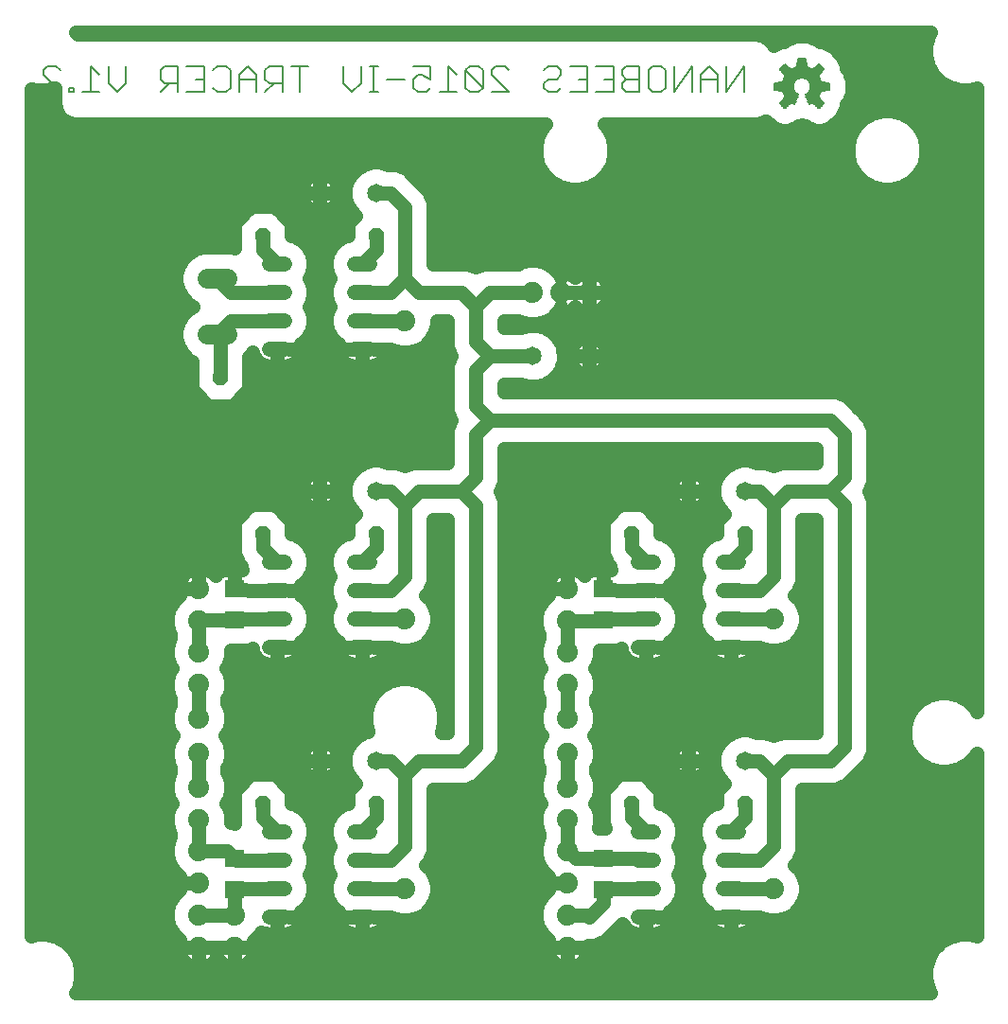
<source format=gbl>
G75*
%MOIN*%
%OFA0B0*%
%FSLAX24Y24*%
%IPPOS*%
%LPD*%
%AMOC8*
5,1,8,0,0,1.08239X$1,22.5*
%
%ADD10C,0.0080*%
%ADD11C,0.0520*%
%ADD12R,0.0709X0.0630*%
%ADD13C,0.0740*%
%ADD14OC8,0.0520*%
%ADD15C,0.0700*%
%ADD16C,0.0650*%
%ADD17C,0.0059*%
%ADD18C,0.0500*%
D10*
X002786Y034037D02*
X003399Y034037D01*
X002786Y034651D01*
X002786Y034805D01*
X002939Y034958D01*
X003246Y034958D01*
X003399Y034805D01*
X003706Y034191D02*
X003706Y034037D01*
X003860Y034037D01*
X003860Y034191D01*
X003706Y034191D01*
X004167Y034037D02*
X004781Y034037D01*
X004474Y034037D02*
X004474Y034958D01*
X004781Y034651D01*
X005088Y034344D02*
X005088Y034958D01*
X005701Y034958D02*
X005701Y034344D01*
X005394Y034037D01*
X005088Y034344D01*
X006929Y034498D02*
X007083Y034344D01*
X007543Y034344D01*
X007543Y034037D02*
X007543Y034958D01*
X007083Y034958D01*
X006929Y034805D01*
X006929Y034498D01*
X007236Y034344D02*
X006929Y034037D01*
X007850Y034037D02*
X008464Y034037D01*
X008464Y034958D01*
X007850Y034958D01*
X008157Y034498D02*
X008464Y034498D01*
X008771Y034805D02*
X008924Y034958D01*
X009231Y034958D01*
X009385Y034805D01*
X009385Y034191D01*
X009231Y034037D01*
X008924Y034037D01*
X008771Y034191D01*
X009691Y034037D02*
X009691Y034651D01*
X009998Y034958D01*
X010305Y034651D01*
X010305Y034037D01*
X010612Y034037D02*
X010919Y034344D01*
X010766Y034344D02*
X011226Y034344D01*
X011226Y034037D02*
X011226Y034958D01*
X010766Y034958D01*
X010612Y034805D01*
X010612Y034498D01*
X010766Y034344D01*
X010305Y034498D02*
X009691Y034498D01*
X011533Y034958D02*
X012147Y034958D01*
X011840Y034958D02*
X011840Y034037D01*
X013375Y034344D02*
X013375Y034958D01*
X013988Y034958D02*
X013988Y034344D01*
X013682Y034037D01*
X013375Y034344D01*
X014295Y034037D02*
X014602Y034037D01*
X014449Y034037D02*
X014449Y034958D01*
X014602Y034958D02*
X014295Y034958D01*
X014909Y034498D02*
X015523Y034498D01*
X015830Y034498D02*
X015830Y034191D01*
X015984Y034037D01*
X016290Y034037D01*
X016444Y034191D01*
X016444Y034498D02*
X016137Y034651D01*
X015984Y034651D01*
X015830Y034498D01*
X015830Y034958D02*
X016444Y034958D01*
X016444Y034498D01*
X016751Y034037D02*
X017365Y034037D01*
X017058Y034037D02*
X017058Y034958D01*
X017365Y034651D01*
X017672Y034805D02*
X017672Y034191D01*
X017825Y034037D01*
X018132Y034037D01*
X018285Y034191D01*
X017672Y034805D01*
X017825Y034958D01*
X018132Y034958D01*
X018285Y034805D01*
X018285Y034191D01*
X018592Y034037D02*
X019206Y034037D01*
X018592Y034651D01*
X018592Y034805D01*
X018746Y034958D01*
X019053Y034958D01*
X019206Y034805D01*
X020434Y034805D02*
X020587Y034958D01*
X020894Y034958D01*
X021048Y034805D01*
X021048Y034651D01*
X020894Y034498D01*
X020587Y034498D01*
X020434Y034344D01*
X020434Y034191D01*
X020587Y034037D01*
X020894Y034037D01*
X021048Y034191D01*
X021355Y034037D02*
X021969Y034037D01*
X021969Y034958D01*
X021355Y034958D01*
X021662Y034498D02*
X021969Y034498D01*
X022276Y034958D02*
X022889Y034958D01*
X022889Y034037D01*
X022276Y034037D01*
X022582Y034498D02*
X022889Y034498D01*
X023196Y034651D02*
X023350Y034498D01*
X023810Y034498D01*
X024117Y034191D02*
X024117Y034805D01*
X024271Y034958D01*
X024578Y034958D01*
X024731Y034805D01*
X024731Y034191D01*
X024578Y034037D01*
X024271Y034037D01*
X024117Y034191D01*
X023810Y034037D02*
X023350Y034037D01*
X023196Y034191D01*
X023196Y034344D01*
X023350Y034498D01*
X023196Y034651D02*
X023196Y034805D01*
X023350Y034958D01*
X023810Y034958D01*
X023810Y034037D01*
X025038Y034037D02*
X025038Y034958D01*
X025652Y034958D02*
X025038Y034037D01*
X025652Y034037D02*
X025652Y034958D01*
X025959Y034651D02*
X025959Y034037D01*
X025959Y034498D02*
X026573Y034498D01*
X026573Y034651D02*
X026266Y034958D01*
X025959Y034651D01*
X026573Y034651D02*
X026573Y034037D01*
X026879Y034037D02*
X026879Y034958D01*
X027493Y034958D02*
X026879Y034037D01*
X027493Y034037D02*
X027493Y034958D01*
D11*
X014293Y027997D02*
X013773Y027997D01*
X013773Y026997D02*
X014293Y026997D01*
X014293Y025997D02*
X013773Y025997D01*
X013773Y024997D02*
X014293Y024997D01*
X011293Y024997D02*
X010773Y024997D01*
X010773Y025997D02*
X011293Y025997D01*
X011293Y026997D02*
X010773Y026997D01*
X010773Y027997D02*
X011293Y027997D01*
X011293Y017497D02*
X010773Y017497D01*
X010773Y016497D02*
X011293Y016497D01*
X011293Y015497D02*
X010773Y015497D01*
X010773Y014497D02*
X011293Y014497D01*
X013773Y014497D02*
X014293Y014497D01*
X014293Y015497D02*
X013773Y015497D01*
X013773Y016497D02*
X014293Y016497D01*
X014293Y017497D02*
X013773Y017497D01*
X013773Y007997D02*
X014293Y007997D01*
X014293Y006997D02*
X013773Y006997D01*
X013773Y005997D02*
X014293Y005997D01*
X014293Y004997D02*
X013773Y004997D01*
X011293Y004997D02*
X010773Y004997D01*
X010773Y005997D02*
X011293Y005997D01*
X011293Y006997D02*
X010773Y006997D01*
X010773Y007997D02*
X011293Y007997D01*
X023773Y007997D02*
X024293Y007997D01*
X024293Y006997D02*
X023773Y006997D01*
X023773Y005997D02*
X024293Y005997D01*
X024293Y004997D02*
X023773Y004997D01*
X026773Y004997D02*
X027293Y004997D01*
X027293Y005997D02*
X026773Y005997D01*
X026773Y006997D02*
X027293Y006997D01*
X027293Y007997D02*
X026773Y007997D01*
X026773Y014497D02*
X027293Y014497D01*
X027293Y015497D02*
X026773Y015497D01*
X026773Y016497D02*
X027293Y016497D01*
X027293Y017497D02*
X026773Y017497D01*
X024293Y017497D02*
X023773Y017497D01*
X023773Y016497D02*
X024293Y016497D01*
X024293Y015497D02*
X023773Y015497D01*
X023773Y014497D02*
X024293Y014497D01*
D12*
X022533Y015446D03*
X022533Y016548D03*
X022533Y007048D03*
X022533Y005946D03*
X009533Y005946D03*
X009533Y007048D03*
X009533Y015446D03*
X009533Y016548D03*
D13*
X008283Y016567D03*
X008283Y015427D03*
X008283Y014317D03*
X008283Y013177D03*
X008283Y011997D03*
X008283Y010747D03*
X008283Y009567D03*
X008283Y008427D03*
X008283Y007317D03*
X008283Y006177D03*
X008283Y005067D03*
X008283Y003927D03*
X009533Y003927D03*
X009533Y005067D03*
X015533Y005997D03*
X021283Y006177D03*
X021283Y005067D03*
X021283Y003927D03*
X021283Y007317D03*
X021283Y008427D03*
X021283Y009567D03*
X021283Y010747D03*
X021283Y011997D03*
X021283Y013177D03*
X021283Y014317D03*
X021283Y015427D03*
X021283Y016567D03*
X015533Y015497D03*
X015533Y025997D03*
X020033Y026997D03*
X021033Y026997D03*
X022033Y026997D03*
X028533Y015497D03*
X028533Y005997D03*
D14*
X027533Y008997D03*
X023533Y008997D03*
X014533Y008997D03*
X010533Y008997D03*
X010533Y018497D03*
X009033Y019997D03*
X009033Y023997D03*
X010533Y028997D03*
X014533Y028997D03*
X014533Y018497D03*
X023533Y018497D03*
X027533Y018497D03*
D15*
X009277Y025513D02*
X008577Y025513D01*
X008577Y027482D02*
X009277Y027482D01*
D16*
X012549Y030497D03*
X014518Y030497D03*
X020049Y024747D03*
X022018Y024747D03*
X025549Y019997D03*
X027518Y019997D03*
X027518Y010497D03*
X025549Y010497D03*
X014518Y010497D03*
X012549Y010497D03*
X012549Y019997D03*
X014518Y019997D03*
D17*
X028758Y033641D02*
X028927Y033472D01*
X029175Y033673D01*
X029274Y033622D01*
X029416Y033963D01*
X029362Y033992D01*
X029316Y034030D01*
X029278Y034076D01*
X029249Y034130D01*
X029232Y034187D01*
X029226Y034247D01*
X029232Y034310D01*
X029251Y034370D01*
X029282Y034425D01*
X029324Y034473D01*
X029375Y034511D01*
X029432Y034538D01*
X029493Y034552D01*
X029556Y034554D01*
X029618Y034543D01*
X029677Y034519D01*
X029730Y034484D01*
X029774Y034439D01*
X029808Y034386D01*
X029830Y034327D01*
X029840Y034265D01*
X029837Y034201D01*
X029822Y034140D01*
X029794Y034084D01*
X029755Y034034D01*
X029707Y033993D01*
X029651Y033963D01*
X029792Y033622D01*
X029892Y033673D01*
X030139Y033472D01*
X030309Y033641D01*
X030107Y033889D01*
X030159Y033988D01*
X030193Y034095D01*
X030510Y034127D01*
X030510Y034367D01*
X030193Y034400D01*
X030159Y034506D01*
X030107Y034606D01*
X030309Y034853D01*
X030139Y035023D01*
X029892Y034821D01*
X029792Y034872D01*
X029686Y034907D01*
X029653Y035224D01*
X029413Y035224D01*
X029381Y034907D01*
X029274Y034872D01*
X029175Y034821D01*
X028927Y035023D01*
X028758Y034853D01*
X028959Y034606D01*
X028908Y034506D01*
X028874Y034400D01*
X028556Y034367D01*
X028556Y034127D01*
X028874Y034095D01*
X028908Y033988D01*
X028959Y033889D01*
X028758Y033641D01*
X028782Y033671D02*
X029171Y033671D01*
X029180Y033671D02*
X029295Y033671D01*
X029318Y033728D02*
X028829Y033728D01*
X028876Y033786D02*
X029342Y033786D01*
X029366Y033843D02*
X028923Y033843D01*
X028953Y033901D02*
X029390Y033901D01*
X029414Y033959D02*
X028924Y033959D01*
X028899Y034016D02*
X029333Y034016D01*
X029280Y034074D02*
X028881Y034074D01*
X028556Y034131D02*
X029249Y034131D01*
X029231Y034189D02*
X028556Y034189D01*
X028556Y034246D02*
X029226Y034246D01*
X029232Y034304D02*
X028556Y034304D01*
X028556Y034361D02*
X029249Y034361D01*
X029279Y034419D02*
X028880Y034419D01*
X028899Y034477D02*
X029329Y034477D01*
X029424Y034534D02*
X028922Y034534D01*
X028952Y034592D02*
X030115Y034592D01*
X030143Y034649D02*
X028924Y034649D01*
X028877Y034707D02*
X030189Y034707D01*
X030236Y034764D02*
X028830Y034764D01*
X028783Y034822D02*
X029174Y034822D01*
X029176Y034822D02*
X029891Y034822D01*
X029893Y034822D02*
X030283Y034822D01*
X030283Y034879D02*
X029963Y034879D01*
X030034Y034937D02*
X030225Y034937D01*
X030168Y034995D02*
X030105Y034995D01*
X029771Y034879D02*
X029296Y034879D01*
X029384Y034937D02*
X029682Y034937D01*
X029677Y034995D02*
X029390Y034995D01*
X029396Y035052D02*
X029671Y035052D01*
X029665Y035110D02*
X029402Y035110D01*
X029408Y035167D02*
X029659Y035167D01*
X029103Y034879D02*
X028784Y034879D01*
X028841Y034937D02*
X029033Y034937D01*
X028962Y034995D02*
X028899Y034995D01*
X029640Y034534D02*
X030144Y034534D01*
X030168Y034477D02*
X029737Y034477D01*
X029787Y034419D02*
X030186Y034419D01*
X030510Y034361D02*
X029817Y034361D01*
X029834Y034304D02*
X030510Y034304D01*
X030510Y034246D02*
X029840Y034246D01*
X029834Y034189D02*
X030510Y034189D01*
X030510Y034131D02*
X029817Y034131D01*
X029786Y034074D02*
X030186Y034074D01*
X030167Y034016D02*
X029734Y034016D01*
X029653Y033959D02*
X030143Y033959D01*
X030114Y033901D02*
X029677Y033901D01*
X029701Y033843D02*
X030144Y033843D01*
X030191Y033786D02*
X029724Y033786D01*
X029748Y033728D02*
X030238Y033728D01*
X030285Y033671D02*
X029895Y033671D01*
X029887Y033671D02*
X029772Y033671D01*
X029966Y033613D02*
X030281Y033613D01*
X030223Y033556D02*
X030036Y033556D01*
X030107Y033498D02*
X030166Y033498D01*
X029101Y033613D02*
X028786Y033613D01*
X028843Y033556D02*
X029030Y033556D01*
X028960Y033498D02*
X028901Y033498D01*
D18*
X034077Y002327D02*
X003940Y002327D01*
X004019Y002465D01*
X004113Y002816D01*
X004113Y003179D01*
X004019Y003530D01*
X003838Y003845D01*
X003581Y004102D01*
X003266Y004283D01*
X002915Y004377D01*
X002552Y004377D01*
X002363Y004327D01*
X002363Y034168D01*
X002552Y034117D01*
X002915Y034117D01*
X003204Y034195D01*
X003204Y033641D01*
X003207Y033596D01*
X003212Y033551D01*
X003220Y033506D01*
X003231Y033462D01*
X003245Y033419D01*
X003261Y033377D01*
X003279Y033335D01*
X003301Y033295D01*
X003324Y033257D01*
X003350Y033219D01*
X003378Y033184D01*
X003408Y033150D01*
X003440Y033118D01*
X003474Y033088D01*
X003509Y033060D01*
X003547Y033034D01*
X003585Y033010D01*
X003626Y032989D01*
X003667Y032971D01*
X003709Y032955D01*
X003753Y032941D01*
X003797Y032930D01*
X003841Y032922D01*
X003886Y032917D01*
X003931Y032914D01*
X020498Y032914D01*
X020429Y032845D01*
X020247Y032530D01*
X020153Y032179D01*
X020153Y031816D01*
X020247Y031465D01*
X020429Y031150D01*
X020686Y030893D01*
X021001Y030711D01*
X021352Y030617D01*
X021715Y030617D01*
X022066Y030711D01*
X022381Y030893D01*
X022638Y031150D01*
X022819Y031465D01*
X022913Y031816D01*
X022913Y032179D01*
X022819Y032530D01*
X022638Y032845D01*
X022568Y032914D01*
X027889Y032914D01*
X027935Y032917D01*
X027980Y032922D01*
X028024Y032930D01*
X028068Y032941D01*
X028111Y032955D01*
X028154Y032971D01*
X028195Y032989D01*
X028235Y033010D01*
X028267Y033030D01*
X028348Y032948D01*
X028421Y032859D01*
X028457Y032840D01*
X028486Y032811D01*
X028593Y032767D01*
X028694Y032712D01*
X028735Y032708D01*
X028772Y032692D01*
X028888Y032692D01*
X029003Y032681D01*
X029042Y032692D01*
X029082Y032692D01*
X029189Y032736D01*
X029300Y032770D01*
X029331Y032795D01*
X029369Y032811D01*
X029401Y032843D01*
X029429Y032843D01*
X029533Y032886D01*
X029637Y032843D01*
X029666Y032843D01*
X029698Y032811D01*
X029735Y032795D01*
X029767Y032770D01*
X029878Y032736D01*
X029984Y032692D01*
X030025Y032692D01*
X030064Y032681D01*
X030179Y032692D01*
X030294Y032692D01*
X030332Y032708D01*
X030372Y032712D01*
X030474Y032767D01*
X030581Y032811D01*
X030610Y032840D01*
X030645Y032859D01*
X030718Y032948D01*
X030832Y033062D01*
X030922Y033135D01*
X030941Y033171D01*
X030970Y033200D01*
X031014Y033306D01*
X031069Y033408D01*
X031073Y033449D01*
X031088Y033486D01*
X031088Y033602D01*
X031089Y033603D01*
X031089Y033604D01*
X031171Y033686D01*
X031187Y033723D01*
X031212Y033755D01*
X031246Y033866D01*
X031290Y033972D01*
X031290Y034013D01*
X031301Y034052D01*
X031290Y034167D01*
X031290Y034328D01*
X031301Y034443D01*
X031290Y034482D01*
X031290Y034522D01*
X031246Y034629D01*
X031212Y034740D01*
X031187Y034771D01*
X031171Y034809D01*
X031089Y034891D01*
X031089Y034892D01*
X031088Y034893D01*
X031088Y035008D01*
X031073Y035046D01*
X031069Y035086D01*
X031014Y035188D01*
X030970Y035295D01*
X030941Y035324D01*
X030922Y035359D01*
X030832Y035432D01*
X030718Y035546D01*
X030645Y035636D01*
X030610Y035655D01*
X030581Y035684D01*
X030474Y035728D01*
X030372Y035783D01*
X030332Y035787D01*
X030294Y035802D01*
X030179Y035802D01*
X030178Y035803D01*
X030177Y035803D01*
X030095Y035885D01*
X030057Y035901D01*
X030026Y035926D01*
X029915Y035960D01*
X029808Y036004D01*
X029768Y036004D01*
X029729Y036015D01*
X029614Y036004D01*
X029453Y036004D01*
X029338Y036015D01*
X029299Y036004D01*
X029258Y036004D01*
X029152Y035960D01*
X029041Y035926D01*
X029009Y035901D01*
X028972Y035885D01*
X028890Y035803D01*
X028889Y035803D01*
X028888Y035802D01*
X028772Y035802D01*
X028735Y035787D01*
X028694Y035783D01*
X028593Y035728D01*
X028521Y035698D01*
X028520Y035699D01*
X028497Y035738D01*
X028471Y035775D01*
X028443Y035811D01*
X028413Y035845D01*
X028381Y035877D01*
X028347Y035907D01*
X028311Y035935D01*
X028274Y035961D01*
X028235Y035984D01*
X028195Y036005D01*
X028154Y036024D01*
X028111Y036040D01*
X028068Y036053D01*
X028024Y036064D01*
X027980Y036072D01*
X027935Y036078D01*
X027889Y036081D01*
X003990Y036081D01*
X003940Y036167D01*
X034077Y036167D01*
X033997Y036030D01*
X033903Y035679D01*
X033903Y035316D01*
X033997Y034965D01*
X034179Y034650D01*
X034436Y034393D01*
X034751Y034211D01*
X035102Y034117D01*
X035465Y034117D01*
X035703Y034181D01*
X035703Y012231D01*
X035638Y012345D01*
X035381Y012602D01*
X035066Y012783D01*
X034715Y012877D01*
X034352Y012877D01*
X034001Y012783D01*
X033686Y012602D01*
X033429Y012345D01*
X033247Y012030D01*
X033153Y011679D01*
X033153Y011316D01*
X033247Y010965D01*
X033429Y010650D01*
X033686Y010393D01*
X034001Y010211D01*
X034352Y010117D01*
X034715Y010117D01*
X035066Y010211D01*
X035381Y010393D01*
X035638Y010650D01*
X035703Y010764D01*
X035703Y004313D01*
X035465Y004377D01*
X035102Y004377D01*
X034751Y004283D01*
X034436Y004102D01*
X034179Y003845D01*
X033997Y003530D01*
X033903Y003179D01*
X033903Y002816D01*
X033997Y002465D01*
X034077Y002327D01*
X033990Y002494D02*
X004027Y002494D01*
X004113Y002993D02*
X033903Y002993D01*
X033987Y003491D02*
X021856Y003491D01*
X021883Y003526D02*
X021930Y003608D01*
X021967Y003695D01*
X021991Y003787D01*
X022003Y003880D01*
X022003Y003927D01*
X021283Y003927D01*
X021283Y003927D01*
X021283Y003207D01*
X021236Y003207D01*
X021143Y003220D01*
X021051Y003244D01*
X020964Y003280D01*
X020882Y003327D01*
X020808Y003385D01*
X020741Y003452D01*
X020683Y003526D01*
X020636Y003608D01*
X020600Y003695D01*
X020576Y003787D01*
X020563Y003880D01*
X020563Y003927D01*
X021283Y003927D01*
X021283Y003927D01*
X020563Y003927D01*
X020563Y003975D01*
X020576Y004068D01*
X020600Y004159D01*
X020603Y004167D01*
X020596Y004171D01*
X020387Y004380D01*
X020240Y004635D01*
X020163Y004920D01*
X020163Y005215D01*
X020240Y005500D01*
X020387Y005755D01*
X020595Y005963D01*
X020576Y006037D01*
X020563Y006130D01*
X020563Y006177D01*
X021042Y006177D01*
X021042Y006177D01*
X020563Y006177D01*
X020563Y006225D01*
X020576Y006318D01*
X020600Y006409D01*
X020603Y006417D01*
X020596Y006421D01*
X020387Y006630D01*
X020240Y006885D01*
X020163Y007170D01*
X020163Y007465D01*
X020240Y007750D01*
X020283Y007825D01*
X020283Y007919D01*
X020240Y007995D01*
X020163Y008280D01*
X020163Y008575D01*
X020240Y008860D01*
X020319Y008997D01*
X020240Y009135D01*
X020163Y009420D01*
X020163Y009715D01*
X020240Y010000D01*
X020283Y010075D01*
X020283Y010239D01*
X020240Y010315D01*
X020163Y010600D01*
X020163Y010895D01*
X020240Y011180D01*
X020351Y011372D01*
X020240Y011565D01*
X020163Y011850D01*
X020163Y012145D01*
X020240Y012430D01*
X020283Y012505D01*
X020283Y012669D01*
X020240Y012745D01*
X020163Y013030D01*
X020163Y013325D01*
X020240Y013610D01*
X020319Y013747D01*
X020240Y013885D01*
X020163Y014170D01*
X020163Y014465D01*
X020240Y014750D01*
X020283Y014825D01*
X020283Y014919D01*
X020240Y014995D01*
X020163Y015280D01*
X020163Y015575D01*
X020240Y015860D01*
X020387Y016115D01*
X020596Y016324D01*
X020603Y016328D01*
X020600Y016335D01*
X020576Y016427D01*
X020563Y016520D01*
X020563Y016567D01*
X021283Y016567D01*
X021283Y016567D01*
X020563Y016567D01*
X020563Y016615D01*
X020576Y016708D01*
X020600Y016799D01*
X020636Y016886D01*
X020683Y016968D01*
X020741Y017043D01*
X020808Y017110D01*
X020882Y017167D01*
X020964Y017214D01*
X021051Y017251D01*
X021143Y017275D01*
X021236Y017287D01*
X021283Y017287D01*
X021283Y016567D01*
X021283Y016567D01*
X021283Y017287D01*
X021331Y017287D01*
X021424Y017275D01*
X021515Y017251D01*
X021602Y017214D01*
X021684Y017167D01*
X021759Y017110D01*
X021826Y017043D01*
X021857Y017002D01*
X021869Y017029D01*
X021907Y017087D01*
X021956Y017135D01*
X022013Y017174D01*
X022077Y017200D01*
X022145Y017213D01*
X022533Y017213D01*
X022533Y016549D01*
X022533Y016549D01*
X022533Y017213D01*
X022804Y017213D01*
X022767Y017349D01*
X022686Y017431D01*
X022533Y017798D01*
X022533Y018069D01*
X022523Y018079D01*
X022523Y018916D01*
X023115Y019507D01*
X023952Y019507D01*
X024543Y018916D01*
X024543Y018476D01*
X024683Y018438D01*
X024913Y018306D01*
X025102Y018117D01*
X025235Y017887D01*
X025303Y017630D01*
X025303Y017364D01*
X025235Y017107D01*
X025102Y016877D01*
X024913Y016689D01*
X024879Y016669D01*
X024888Y016640D01*
X024903Y016545D01*
X024903Y016497D01*
X024464Y016497D01*
X024464Y016497D01*
X024903Y016497D01*
X024903Y016449D01*
X024888Y016354D01*
X024879Y016325D01*
X024913Y016306D01*
X025102Y016117D01*
X025235Y015887D01*
X025303Y015630D01*
X025303Y015364D01*
X025235Y015107D01*
X025102Y014877D01*
X024913Y014689D01*
X024879Y014669D01*
X024888Y014640D01*
X024903Y014545D01*
X024903Y014497D01*
X024464Y014497D01*
X024903Y014497D01*
X024903Y014449D01*
X024888Y014354D01*
X024859Y014263D01*
X024815Y014178D01*
X024759Y014100D01*
X024691Y014032D01*
X024613Y013976D01*
X024527Y013932D01*
X024436Y013902D01*
X024341Y013887D01*
X024033Y013887D01*
X024033Y014487D01*
X024033Y014487D01*
X024033Y013887D01*
X023725Y013887D01*
X023630Y013902D01*
X023539Y013932D01*
X023454Y013976D01*
X023376Y014032D01*
X023308Y014100D01*
X023252Y014178D01*
X023208Y014263D01*
X023178Y014354D01*
X023166Y014435D01*
X023037Y014381D01*
X022403Y014381D01*
X022403Y014170D01*
X022327Y013885D01*
X022248Y013747D01*
X022327Y013610D01*
X022403Y013325D01*
X022403Y013030D01*
X022327Y012745D01*
X022283Y012669D01*
X022283Y012505D01*
X022327Y012430D01*
X022403Y012145D01*
X022403Y011850D01*
X022327Y011565D01*
X022216Y011372D01*
X022327Y011180D01*
X022403Y010895D01*
X022403Y010600D01*
X022327Y010315D01*
X022283Y010239D01*
X022283Y010075D01*
X022327Y010000D01*
X022403Y009715D01*
X022403Y009420D01*
X022327Y009135D01*
X022248Y008997D01*
X022327Y008860D01*
X022403Y008575D01*
X022403Y008280D01*
X022359Y008113D01*
X022610Y008113D01*
X022533Y008298D01*
X022533Y008569D01*
X022523Y008579D01*
X022523Y009416D01*
X023115Y010007D01*
X023952Y010007D01*
X024543Y009416D01*
X024543Y008976D01*
X024683Y008938D01*
X024913Y008806D01*
X025102Y008617D01*
X025235Y008387D01*
X025303Y008130D01*
X025303Y007864D01*
X025235Y007607D01*
X025171Y007497D01*
X025235Y007387D01*
X025303Y007130D01*
X025303Y006864D01*
X025235Y006607D01*
X025171Y006497D01*
X025235Y006387D01*
X025303Y006130D01*
X025303Y005864D01*
X025235Y005607D01*
X025102Y005377D01*
X024913Y005189D01*
X024879Y005169D01*
X024888Y005140D01*
X024903Y005045D01*
X024903Y004997D01*
X024464Y004997D01*
X024903Y004997D01*
X024903Y004949D01*
X024888Y004854D01*
X024859Y004763D01*
X024815Y004678D01*
X024759Y004600D01*
X024691Y004532D01*
X024613Y004476D01*
X024527Y004432D01*
X024436Y004402D01*
X024341Y004387D01*
X024033Y004387D01*
X024033Y004987D01*
X024033Y004987D01*
X024033Y004987D01*
X024033Y004387D01*
X023725Y004387D01*
X023630Y004402D01*
X023539Y004432D01*
X023454Y004476D01*
X023376Y004532D01*
X023308Y004600D01*
X023252Y004678D01*
X023210Y004760D01*
X023100Y004650D01*
X022600Y004150D01*
X022232Y003997D01*
X022000Y003997D01*
X022003Y003975D01*
X022003Y003927D01*
X021283Y003927D01*
X021283Y003207D01*
X021331Y003207D01*
X021424Y003220D01*
X021515Y003244D01*
X021602Y003280D01*
X021684Y003327D01*
X021759Y003385D01*
X021826Y003452D01*
X021883Y003526D01*
X022001Y003990D02*
X034324Y003990D01*
X035703Y004488D02*
X027631Y004488D01*
X027613Y004476D02*
X027691Y004532D01*
X027759Y004600D01*
X027815Y004678D01*
X027859Y004763D01*
X027888Y004854D01*
X027903Y004949D01*
X027903Y004997D01*
X027464Y004997D01*
X028025Y004997D01*
X028101Y004954D01*
X028386Y004877D01*
X028681Y004877D01*
X028966Y004954D01*
X029221Y005101D01*
X029430Y005310D01*
X029577Y005565D01*
X029653Y005850D01*
X029653Y006145D01*
X029577Y006430D01*
X029430Y006685D01*
X029282Y006832D01*
X029381Y006931D01*
X029533Y007298D01*
X029533Y009497D01*
X030732Y009497D01*
X031100Y009650D01*
X031600Y010150D01*
X031881Y010431D01*
X032033Y010798D01*
X032033Y019696D01*
X031909Y019997D01*
X032033Y020298D01*
X032033Y022196D01*
X031881Y022564D01*
X031600Y022845D01*
X031100Y023345D01*
X030732Y023497D01*
X019033Y023497D01*
X019033Y023747D01*
X019631Y023747D01*
X019634Y023746D01*
X019908Y023672D01*
X020191Y023672D01*
X020464Y023746D01*
X020709Y023887D01*
X020909Y024087D01*
X021051Y024332D01*
X021124Y024606D01*
X021124Y024889D01*
X021051Y025162D01*
X020909Y025407D01*
X020709Y025608D01*
X020464Y025749D01*
X020191Y025822D01*
X019908Y025822D01*
X019634Y025749D01*
X019631Y025747D01*
X019033Y025747D01*
X019033Y025997D01*
X019525Y025997D01*
X019601Y025954D01*
X019886Y025877D01*
X020181Y025877D01*
X020466Y025954D01*
X020721Y026101D01*
X020908Y026288D01*
X020986Y026277D01*
X021033Y026277D01*
X021033Y026489D01*
X021033Y026489D01*
X021033Y026277D01*
X021081Y026277D01*
X021174Y026290D01*
X021265Y026314D01*
X021352Y026350D01*
X021434Y026397D01*
X021509Y026455D01*
X021533Y026479D01*
X021558Y026455D01*
X021632Y026397D01*
X021714Y026350D01*
X021801Y026314D01*
X021893Y026290D01*
X021986Y026277D01*
X022033Y026277D01*
X022033Y026997D01*
X022033Y026997D01*
X021153Y026997D01*
X021153Y026997D01*
X022033Y026997D01*
X022033Y026997D01*
X022033Y026277D01*
X022081Y026277D01*
X022174Y026290D01*
X022265Y026314D01*
X022352Y026350D01*
X022434Y026397D01*
X022509Y026455D01*
X022576Y026522D01*
X022633Y026596D01*
X022680Y026678D01*
X022717Y026765D01*
X022741Y026857D01*
X022753Y026950D01*
X022753Y026997D01*
X022033Y026997D01*
X022033Y027717D01*
X021986Y027717D01*
X021893Y027705D01*
X021801Y027681D01*
X021714Y027644D01*
X021632Y027597D01*
X021558Y027540D01*
X021533Y027516D01*
X021509Y027540D01*
X021434Y027597D01*
X021352Y027644D01*
X021265Y027681D01*
X021174Y027705D01*
X021081Y027717D01*
X021033Y027717D01*
X020986Y027717D01*
X020908Y027707D01*
X020721Y027894D01*
X020466Y028041D01*
X020181Y028117D01*
X019886Y028117D01*
X019601Y028041D01*
X019525Y027997D01*
X018334Y027997D01*
X018033Y027873D01*
X017732Y027997D01*
X016533Y027997D01*
X016533Y030196D01*
X016381Y030564D01*
X015881Y031064D01*
X015600Y031345D01*
X015232Y031497D01*
X014936Y031497D01*
X014933Y031499D01*
X014659Y031572D01*
X014376Y031572D01*
X014103Y031499D01*
X013858Y031358D01*
X013657Y031157D01*
X013516Y030912D01*
X013443Y030639D01*
X013443Y030356D01*
X013516Y030082D01*
X013657Y029837D01*
X013801Y029693D01*
X013523Y029416D01*
X013523Y028976D01*
X013383Y028938D01*
X013153Y028806D01*
X012965Y028617D01*
X012832Y028387D01*
X012763Y028130D01*
X012763Y027864D01*
X012832Y027607D01*
X012896Y027497D01*
X012832Y027387D01*
X012763Y027130D01*
X012763Y026864D01*
X012832Y026607D01*
X012896Y026497D01*
X012832Y026387D01*
X012763Y026130D01*
X012763Y025864D01*
X012832Y025607D01*
X012965Y025377D01*
X013153Y025189D01*
X013188Y025169D01*
X013178Y025140D01*
X013163Y025045D01*
X013163Y024997D01*
X013163Y024949D01*
X013178Y024854D01*
X013208Y024763D01*
X013252Y024678D01*
X013308Y024600D01*
X013376Y024532D01*
X013454Y024476D01*
X013539Y024432D01*
X013630Y024402D01*
X013725Y024387D01*
X014033Y024387D01*
X014033Y024987D01*
X014033Y024987D01*
X014033Y024387D01*
X014341Y024387D01*
X014436Y024402D01*
X014527Y024432D01*
X014613Y024476D01*
X014691Y024532D01*
X014759Y024600D01*
X014815Y024678D01*
X014859Y024763D01*
X014888Y024854D01*
X014903Y024949D01*
X014903Y024997D01*
X014464Y024997D01*
X015025Y024997D01*
X015101Y024954D01*
X015386Y024877D01*
X015681Y024877D01*
X015966Y024954D01*
X016221Y025101D01*
X016430Y025310D01*
X016577Y025565D01*
X016653Y025850D01*
X016653Y025997D01*
X017033Y025997D01*
X017033Y025048D01*
X017158Y024747D01*
X017033Y024446D01*
X017033Y022798D01*
X017158Y022497D01*
X017033Y022196D01*
X017033Y020997D01*
X015834Y020997D01*
X015533Y020873D01*
X015232Y020997D01*
X014936Y020997D01*
X014933Y020999D01*
X014659Y021072D01*
X014376Y021072D01*
X014103Y020999D01*
X013858Y020858D01*
X013657Y020657D01*
X013516Y020412D01*
X013443Y020139D01*
X013443Y019856D01*
X013516Y019582D01*
X013657Y019337D01*
X013801Y019193D01*
X013523Y018916D01*
X013523Y018476D01*
X013383Y018438D01*
X013153Y018306D01*
X012965Y018117D01*
X012832Y017887D01*
X012763Y017630D01*
X012763Y017364D01*
X012832Y017107D01*
X012896Y016997D01*
X012832Y016887D01*
X012763Y016630D01*
X012763Y016364D01*
X012832Y016107D01*
X012896Y015997D01*
X012832Y015887D01*
X012763Y015630D01*
X012763Y015364D01*
X012832Y015107D01*
X012965Y014877D01*
X013153Y014689D01*
X013188Y014669D01*
X013178Y014640D01*
X013163Y014545D01*
X013163Y014497D01*
X013163Y014449D01*
X013178Y014354D01*
X013208Y014263D01*
X013252Y014178D01*
X013308Y014100D01*
X013376Y014032D01*
X013454Y013976D01*
X013539Y013932D01*
X013630Y013902D01*
X013725Y013887D01*
X014033Y013887D01*
X014033Y014487D01*
X014033Y014487D01*
X014033Y013887D01*
X014341Y013887D01*
X014436Y013902D01*
X014527Y013932D01*
X014613Y013976D01*
X014691Y014032D01*
X014759Y014100D01*
X014815Y014178D01*
X014859Y014263D01*
X014888Y014354D01*
X014903Y014449D01*
X014903Y014497D01*
X014464Y014497D01*
X015025Y014497D01*
X015101Y014454D01*
X015386Y014377D01*
X015681Y014377D01*
X015966Y014454D01*
X016221Y014601D01*
X016430Y014810D01*
X016577Y015065D01*
X016653Y015350D01*
X016653Y015645D01*
X016577Y015930D01*
X016430Y016185D01*
X016282Y016332D01*
X016381Y016431D01*
X016533Y016798D01*
X016533Y018997D01*
X017033Y018997D01*
X017033Y011497D01*
X016828Y011497D01*
X016913Y011816D01*
X016913Y012179D01*
X016819Y012530D01*
X016638Y012845D01*
X016381Y013102D01*
X016066Y013283D01*
X015715Y013377D01*
X015352Y013377D01*
X015001Y013283D01*
X014686Y013102D01*
X014429Y012845D01*
X014247Y012530D01*
X014153Y012179D01*
X014153Y011816D01*
X014229Y011533D01*
X014103Y011499D01*
X013858Y011358D01*
X013657Y011157D01*
X013516Y010912D01*
X013443Y010639D01*
X013443Y010356D01*
X013516Y010082D01*
X013657Y009837D01*
X013801Y009693D01*
X013523Y009416D01*
X013523Y008976D01*
X013383Y008938D01*
X013153Y008806D01*
X012965Y008617D01*
X012832Y008387D01*
X012763Y008130D01*
X012763Y007864D01*
X012832Y007607D01*
X012896Y007497D01*
X012832Y007387D01*
X012763Y007130D01*
X012763Y006864D01*
X012832Y006607D01*
X012896Y006497D01*
X012832Y006387D01*
X012763Y006130D01*
X012763Y005864D01*
X012832Y005607D01*
X012965Y005377D01*
X013153Y005189D01*
X013188Y005169D01*
X013178Y005140D01*
X013163Y005045D01*
X013163Y004997D01*
X013163Y004949D01*
X013178Y004854D01*
X013208Y004763D01*
X013252Y004678D01*
X013308Y004600D01*
X013376Y004532D01*
X013454Y004476D01*
X013539Y004432D01*
X013630Y004402D01*
X013725Y004387D01*
X014033Y004387D01*
X014033Y004987D01*
X014033Y004987D01*
X014033Y004987D01*
X014033Y004387D01*
X014341Y004387D01*
X014436Y004402D01*
X014527Y004432D01*
X014613Y004476D01*
X014691Y004532D01*
X014759Y004600D01*
X014815Y004678D01*
X014859Y004763D01*
X014888Y004854D01*
X014903Y004949D01*
X014903Y004997D01*
X014464Y004997D01*
X015025Y004997D01*
X015101Y004954D01*
X015386Y004877D01*
X015681Y004877D01*
X015966Y004954D01*
X016221Y005101D01*
X016430Y005310D01*
X016577Y005565D01*
X016653Y005850D01*
X016653Y006145D01*
X016577Y006430D01*
X016430Y006685D01*
X016282Y006832D01*
X016381Y006931D01*
X016533Y007298D01*
X016533Y009497D01*
X017732Y009497D01*
X018100Y009650D01*
X018600Y010150D01*
X018881Y010431D01*
X019033Y010798D01*
X019033Y019696D01*
X018909Y019997D01*
X019033Y020298D01*
X019033Y021497D01*
X030033Y021497D01*
X030033Y020997D01*
X028834Y020997D01*
X028533Y020873D01*
X028232Y020997D01*
X027936Y020997D01*
X027933Y020999D01*
X027659Y021072D01*
X027376Y021072D01*
X027103Y020999D01*
X026858Y020858D01*
X026657Y020657D01*
X026516Y020412D01*
X026443Y020139D01*
X026443Y019856D01*
X026516Y019582D01*
X026657Y019337D01*
X026801Y019193D01*
X026523Y018916D01*
X026523Y018476D01*
X026383Y018438D01*
X026153Y018306D01*
X025965Y018117D01*
X025832Y017887D01*
X025763Y017630D01*
X025763Y017364D01*
X025832Y017107D01*
X025896Y016997D01*
X025832Y016887D01*
X025763Y016630D01*
X025763Y016364D01*
X025832Y016107D01*
X025896Y015997D01*
X025832Y015887D01*
X025763Y015630D01*
X025763Y015364D01*
X025832Y015107D01*
X025965Y014877D01*
X026153Y014689D01*
X026188Y014669D01*
X026178Y014640D01*
X026163Y014545D01*
X026163Y014497D01*
X026163Y014449D01*
X026178Y014354D01*
X026208Y014263D01*
X026252Y014178D01*
X026308Y014100D01*
X026376Y014032D01*
X026454Y013976D01*
X026539Y013932D01*
X026630Y013902D01*
X026725Y013887D01*
X027033Y013887D01*
X027033Y014487D01*
X027033Y014487D01*
X027033Y013887D01*
X027341Y013887D01*
X027436Y013902D01*
X027527Y013932D01*
X027613Y013976D01*
X027691Y014032D01*
X027759Y014100D01*
X027815Y014178D01*
X027859Y014263D01*
X027888Y014354D01*
X027903Y014449D01*
X027903Y014497D01*
X027464Y014497D01*
X028025Y014497D01*
X028101Y014454D01*
X028386Y014377D01*
X028681Y014377D01*
X028966Y014454D01*
X029221Y014601D01*
X029430Y014810D01*
X029577Y015065D01*
X029653Y015350D01*
X029653Y015645D01*
X029577Y015930D01*
X029430Y016185D01*
X029282Y016332D01*
X029381Y016431D01*
X029533Y016798D01*
X029533Y018997D01*
X030033Y018997D01*
X030033Y011497D01*
X028834Y011497D01*
X028533Y011373D01*
X028232Y011497D01*
X027936Y011497D01*
X027933Y011499D01*
X027659Y011572D01*
X027376Y011572D01*
X027103Y011499D01*
X026858Y011358D01*
X026657Y011157D01*
X026516Y010912D01*
X026443Y010639D01*
X026443Y010356D01*
X026516Y010082D01*
X026657Y009837D01*
X026801Y009693D01*
X026523Y009416D01*
X026523Y008976D01*
X026383Y008938D01*
X026153Y008806D01*
X025965Y008617D01*
X025832Y008387D01*
X025763Y008130D01*
X025763Y007864D01*
X025832Y007607D01*
X025896Y007497D01*
X025832Y007387D01*
X025763Y007130D01*
X025763Y006864D01*
X025832Y006607D01*
X025896Y006497D01*
X025832Y006387D01*
X025763Y006130D01*
X025763Y005864D01*
X025832Y005607D01*
X025965Y005377D01*
X026153Y005189D01*
X026188Y005169D01*
X026178Y005140D01*
X026163Y005045D01*
X026163Y004997D01*
X026163Y004949D01*
X026178Y004854D01*
X026208Y004763D01*
X026252Y004678D01*
X026308Y004600D01*
X026376Y004532D01*
X026454Y004476D01*
X026539Y004432D01*
X026630Y004402D01*
X026725Y004387D01*
X027033Y004387D01*
X027033Y004987D01*
X027033Y004987D01*
X027033Y004987D01*
X027033Y004387D01*
X027341Y004387D01*
X027436Y004402D01*
X027527Y004432D01*
X027613Y004476D01*
X027033Y004488D02*
X027033Y004488D01*
X026603Y004997D02*
X026163Y004997D01*
X026603Y004997D01*
X026603Y004997D01*
X026436Y004488D02*
X024631Y004488D01*
X024464Y004997D02*
X024464Y004997D01*
X024903Y004987D02*
X026163Y004987D01*
X025903Y005485D02*
X025164Y005485D01*
X025303Y005984D02*
X025763Y005984D01*
X025887Y006482D02*
X025180Y006482D01*
X025303Y006981D02*
X025763Y006981D01*
X025885Y007479D02*
X025181Y007479D01*
X025303Y007978D02*
X025763Y007978D01*
X025884Y008476D02*
X025183Y008476D01*
X024548Y008975D02*
X026519Y008975D01*
X026581Y009473D02*
X024486Y009473D01*
X023987Y009972D02*
X025125Y009972D01*
X025103Y009989D02*
X025173Y009935D01*
X025250Y009891D01*
X025332Y009857D01*
X025417Y009834D01*
X025505Y009822D01*
X025549Y009822D01*
X025549Y010497D01*
X025549Y010497D01*
X025549Y009822D01*
X025593Y009822D01*
X025681Y009834D01*
X025767Y009857D01*
X025848Y009891D01*
X025925Y009935D01*
X025995Y009989D01*
X026058Y010051D01*
X026112Y010121D01*
X026156Y010198D01*
X026190Y010280D01*
X026213Y010365D01*
X026224Y010453D01*
X026224Y010497D01*
X025549Y010497D01*
X024874Y010497D01*
X024874Y010453D01*
X024886Y010365D01*
X024909Y010280D01*
X024942Y010198D01*
X024987Y010121D01*
X025040Y010051D01*
X025103Y009989D01*
X025549Y009972D02*
X025549Y009972D01*
X025973Y009972D02*
X026580Y009972D01*
X026443Y010470D02*
X026224Y010470D01*
X026224Y010497D02*
X026224Y010542D01*
X026213Y010629D01*
X026190Y010715D01*
X026156Y010796D01*
X026112Y010873D01*
X026058Y010943D01*
X025995Y011006D01*
X025925Y011060D01*
X025848Y011104D01*
X025767Y011138D01*
X025681Y011161D01*
X025593Y011172D01*
X025549Y011172D01*
X025505Y011172D01*
X025417Y011161D01*
X025332Y011138D01*
X025250Y011104D01*
X025173Y011060D01*
X025103Y011006D01*
X025040Y010943D01*
X024987Y010873D01*
X024942Y010796D01*
X024909Y010715D01*
X024886Y010629D01*
X024874Y010542D01*
X024874Y010497D01*
X025549Y010497D01*
X025549Y010497D01*
X025549Y010497D01*
X026224Y010497D01*
X026032Y010969D02*
X026549Y010969D01*
X027048Y011467D02*
X022271Y011467D01*
X022383Y010969D02*
X025066Y010969D01*
X024874Y010470D02*
X022369Y010470D01*
X022334Y009972D02*
X023079Y009972D01*
X022581Y009473D02*
X022403Y009473D01*
X022523Y008975D02*
X022260Y008975D01*
X022403Y008476D02*
X022533Y008476D01*
X023533Y008497D02*
X023533Y008997D01*
X023533Y008497D02*
X024033Y007997D01*
X023982Y007048D02*
X024033Y006997D01*
X023982Y007048D02*
X022533Y007048D01*
X021552Y007048D01*
X021283Y007317D01*
X021283Y008427D01*
X020306Y008975D02*
X016533Y008975D01*
X016533Y009473D02*
X020163Y009473D01*
X020232Y009972D02*
X018422Y009972D01*
X018897Y010470D02*
X020198Y010470D01*
X020183Y010969D02*
X019033Y010969D01*
X019033Y011467D02*
X020296Y011467D01*
X020163Y011966D02*
X019033Y011966D01*
X019033Y012464D02*
X020260Y012464D01*
X020181Y012963D02*
X019033Y012963D01*
X019033Y013461D02*
X020200Y013461D01*
X020220Y013960D02*
X019033Y013960D01*
X019033Y014458D02*
X020163Y014458D01*
X020262Y014957D02*
X019033Y014957D01*
X019033Y015455D02*
X020163Y015455D01*
X020294Y015954D02*
X019033Y015954D01*
X019033Y016452D02*
X020572Y016452D01*
X020673Y016951D02*
X019033Y016951D01*
X019033Y017449D02*
X022678Y017449D01*
X022533Y016951D02*
X022533Y016951D01*
X022533Y016548D02*
X023085Y016497D01*
X024033Y016497D01*
X024464Y016497D02*
X024464Y016497D01*
X024903Y016452D02*
X025763Y016452D01*
X025869Y016951D02*
X025144Y016951D01*
X025303Y017449D02*
X025763Y017449D01*
X025867Y017948D02*
X025199Y017948D01*
X024654Y018446D02*
X026413Y018446D01*
X026552Y018945D02*
X024514Y018945D01*
X024016Y019443D02*
X025162Y019443D01*
X025173Y019435D02*
X025250Y019391D01*
X025332Y019357D01*
X025417Y019334D01*
X025505Y019322D01*
X025549Y019322D01*
X025549Y019997D01*
X025549Y019997D01*
X025549Y019322D01*
X025593Y019322D01*
X025681Y019334D01*
X025767Y019357D01*
X025848Y019391D01*
X025925Y019435D01*
X025995Y019489D01*
X026058Y019551D01*
X026112Y019621D01*
X026156Y019698D01*
X026190Y019780D01*
X026213Y019865D01*
X026224Y019953D01*
X026224Y019997D01*
X025549Y019997D01*
X024874Y019997D01*
X024874Y019953D01*
X024886Y019865D01*
X024909Y019780D01*
X024942Y019698D01*
X024987Y019621D01*
X025040Y019551D01*
X025103Y019489D01*
X025173Y019435D01*
X025549Y019443D02*
X025549Y019443D01*
X025936Y019443D02*
X026596Y019443D01*
X026443Y019942D02*
X026223Y019942D01*
X026224Y019997D02*
X026224Y020042D01*
X026213Y020129D01*
X026190Y020215D01*
X026156Y020296D01*
X026112Y020373D01*
X026058Y020443D01*
X025995Y020506D01*
X025925Y020560D01*
X025848Y020604D01*
X025767Y020638D01*
X025681Y020661D01*
X025593Y020672D01*
X025549Y020672D01*
X025505Y020672D01*
X025417Y020661D01*
X025332Y020638D01*
X025250Y020604D01*
X025173Y020560D01*
X025103Y020506D01*
X025040Y020443D01*
X024987Y020373D01*
X024942Y020296D01*
X024909Y020215D01*
X024886Y020129D01*
X024874Y020042D01*
X024874Y019997D01*
X025549Y019997D01*
X025549Y019997D01*
X025549Y019997D01*
X026224Y019997D01*
X026060Y020440D02*
X026532Y020440D01*
X026998Y020939D02*
X019033Y020939D01*
X019033Y021437D02*
X030033Y021437D01*
X031033Y021997D02*
X030533Y022497D01*
X018533Y022497D01*
X018033Y022997D01*
X018033Y024247D01*
X018533Y024747D01*
X020049Y024747D01*
X020752Y023930D02*
X035703Y023930D01*
X035703Y024428D02*
X022613Y024428D01*
X022624Y024448D02*
X022658Y024530D01*
X022681Y024615D01*
X022693Y024703D01*
X022693Y024747D01*
X022018Y024747D01*
X022018Y024747D01*
X022018Y024072D01*
X022062Y024072D01*
X022150Y024084D01*
X022235Y024107D01*
X022317Y024141D01*
X022393Y024185D01*
X022464Y024239D01*
X022526Y024301D01*
X022580Y024371D01*
X022624Y024448D01*
X022693Y024747D02*
X022693Y024792D01*
X022681Y024879D01*
X022658Y024965D01*
X022624Y025046D01*
X022580Y025123D01*
X022526Y025193D01*
X022464Y025256D01*
X022393Y025310D01*
X022317Y025354D01*
X022235Y025388D01*
X022150Y025411D01*
X022062Y025422D01*
X022018Y025422D01*
X022018Y024747D01*
X022018Y024747D01*
X022693Y024747D01*
X022668Y024927D02*
X035703Y024927D01*
X035703Y025425D02*
X020891Y025425D01*
X020354Y025924D02*
X035703Y025924D01*
X035703Y026422D02*
X022467Y026422D01*
X022033Y026422D02*
X022033Y026422D01*
X021600Y026422D02*
X021467Y026422D01*
X021033Y026422D02*
X021033Y026422D01*
X022033Y026921D02*
X022033Y026921D01*
X022033Y026997D02*
X022033Y026997D01*
X022033Y026997D01*
X022033Y027717D01*
X022081Y027717D01*
X022174Y027705D01*
X022265Y027681D01*
X022352Y027644D01*
X022434Y027597D01*
X022509Y027540D01*
X022576Y027473D01*
X022633Y027398D01*
X022680Y027316D01*
X022717Y027229D01*
X022741Y027138D01*
X022753Y027045D01*
X022753Y026997D01*
X022033Y026997D01*
X022033Y027419D02*
X022033Y027419D01*
X022617Y027419D02*
X035703Y027419D01*
X035703Y026921D02*
X022749Y026921D01*
X022018Y025422D02*
X021973Y025422D01*
X021886Y025411D01*
X021800Y025388D01*
X021718Y025354D01*
X021642Y025310D01*
X021572Y025256D01*
X021509Y025193D01*
X021455Y025123D01*
X021411Y025046D01*
X021377Y024965D01*
X021354Y024879D01*
X021343Y024792D01*
X021343Y024747D01*
X021343Y024703D01*
X021354Y024615D01*
X021377Y024530D01*
X021411Y024448D01*
X021455Y024371D01*
X021509Y024301D01*
X021572Y024239D01*
X021642Y024185D01*
X021718Y024141D01*
X021800Y024107D01*
X021886Y024084D01*
X021973Y024072D01*
X022018Y024072D01*
X022018Y024747D01*
X022018Y024747D01*
X021343Y024747D01*
X022018Y024747D01*
X022018Y024747D01*
X022018Y025422D01*
X022018Y024927D02*
X022018Y024927D01*
X022018Y024428D02*
X022018Y024428D01*
X021422Y024428D02*
X021077Y024428D01*
X021114Y024927D02*
X021367Y024927D01*
X019712Y025924D02*
X019033Y025924D01*
X018033Y026497D02*
X018533Y026997D01*
X020033Y026997D01*
X020679Y027918D02*
X035703Y027918D01*
X035703Y028416D02*
X016533Y028416D01*
X016533Y028915D02*
X035703Y028915D01*
X035703Y029413D02*
X016533Y029413D01*
X016533Y029912D02*
X035703Y029912D01*
X035703Y030410D02*
X016445Y030410D01*
X016036Y030909D02*
X020670Y030909D01*
X020281Y031407D02*
X015449Y031407D01*
X015881Y031064D02*
X015881Y031064D01*
X015033Y030497D02*
X015533Y029997D01*
X015533Y027497D01*
X016033Y026997D01*
X017533Y026997D01*
X018033Y026497D01*
X018033Y025247D01*
X018533Y024747D01*
X017084Y024927D02*
X015866Y024927D01*
X015201Y024927D02*
X014900Y024927D01*
X014464Y024997D02*
X014464Y024997D01*
X014033Y024927D02*
X014033Y024927D01*
X014033Y024428D02*
X014033Y024428D01*
X014516Y024428D02*
X017033Y024428D01*
X017033Y023930D02*
X010043Y023930D01*
X010043Y023579D02*
X010043Y024416D01*
X010033Y024426D01*
X010033Y024714D01*
X010157Y024838D01*
X010176Y024870D01*
X010178Y024854D01*
X010208Y024763D01*
X010252Y024678D01*
X010308Y024600D01*
X010376Y024532D01*
X010454Y024476D01*
X010539Y024432D01*
X010630Y024402D01*
X010725Y024387D01*
X011033Y024387D01*
X011033Y024987D01*
X011033Y024987D01*
X011033Y024387D01*
X011341Y024387D01*
X011436Y024402D01*
X011527Y024432D01*
X011613Y024476D01*
X011691Y024532D01*
X011759Y024600D01*
X011815Y024678D01*
X011859Y024763D01*
X011888Y024854D01*
X011903Y024949D01*
X011903Y024997D01*
X011464Y024997D01*
X011903Y024997D01*
X011903Y025045D01*
X011888Y025140D01*
X011879Y025169D01*
X011913Y025189D01*
X012102Y025377D01*
X012235Y025607D01*
X012303Y025864D01*
X012303Y026130D01*
X012235Y026387D01*
X012171Y026497D01*
X012235Y026607D01*
X012303Y026864D01*
X012303Y027130D01*
X012235Y027387D01*
X012171Y027497D01*
X012235Y027607D01*
X012303Y027864D01*
X012303Y028130D01*
X012235Y028387D01*
X012102Y028617D01*
X011913Y028806D01*
X011683Y028938D01*
X011543Y028976D01*
X011543Y029416D01*
X010952Y030007D01*
X010115Y030007D01*
X009523Y029416D01*
X009523Y028579D01*
X009533Y028569D01*
X009533Y028552D01*
X009422Y028582D01*
X008432Y028582D01*
X008152Y028507D01*
X007902Y028362D01*
X007697Y028157D01*
X007552Y027906D01*
X007477Y027626D01*
X007477Y027337D01*
X007552Y027057D01*
X007697Y026806D01*
X007902Y026601D01*
X008082Y026497D01*
X007902Y026393D01*
X007697Y026188D01*
X007552Y025938D01*
X007477Y025658D01*
X007477Y025368D01*
X007552Y025088D01*
X007697Y024838D01*
X007902Y024633D01*
X008033Y024557D01*
X008033Y024426D01*
X008023Y024416D01*
X008023Y023579D01*
X008615Y022987D01*
X009452Y022987D01*
X010043Y023579D01*
X009896Y023431D02*
X017033Y023431D01*
X017033Y022933D02*
X002363Y022933D01*
X002363Y023431D02*
X008171Y023431D01*
X008023Y023930D02*
X002363Y023930D01*
X002363Y024428D02*
X008033Y024428D01*
X007645Y024927D02*
X002363Y024927D01*
X002363Y025425D02*
X007477Y025425D01*
X007548Y025924D02*
X002363Y025924D01*
X002363Y026422D02*
X007952Y026422D01*
X007631Y026921D02*
X002363Y026921D01*
X002363Y027419D02*
X007477Y027419D01*
X007559Y027918D02*
X002363Y027918D01*
X002363Y028416D02*
X007996Y028416D01*
X008927Y027482D02*
X009411Y026997D01*
X011033Y026997D01*
X011033Y027997D02*
X010533Y028497D01*
X010533Y028997D01*
X009523Y028915D02*
X002363Y028915D01*
X002363Y029413D02*
X009523Y029413D01*
X010019Y029912D02*
X002363Y029912D01*
X002363Y030410D02*
X011880Y030410D01*
X011874Y030453D02*
X011886Y030365D01*
X011909Y030280D01*
X011942Y030198D01*
X011987Y030121D01*
X012040Y030051D01*
X012103Y029989D01*
X012173Y029935D01*
X012250Y029891D01*
X012332Y029857D01*
X012417Y029834D01*
X012505Y029822D01*
X012549Y029822D01*
X012549Y030497D01*
X012549Y030497D01*
X012549Y029822D01*
X012593Y029822D01*
X012681Y029834D01*
X012767Y029857D01*
X012848Y029891D01*
X012925Y029935D01*
X012995Y029989D01*
X013058Y030051D01*
X013112Y030121D01*
X013156Y030198D01*
X013190Y030280D01*
X013213Y030365D01*
X013224Y030453D01*
X013224Y030497D01*
X012549Y030497D01*
X011874Y030497D01*
X011874Y030453D01*
X011874Y030497D02*
X012549Y030497D01*
X012549Y030497D01*
X012549Y030497D01*
X013224Y030497D01*
X013224Y030542D01*
X013213Y030629D01*
X013190Y030715D01*
X013156Y030796D01*
X013112Y030873D01*
X013058Y030943D01*
X012995Y031006D01*
X012925Y031060D01*
X012848Y031104D01*
X012767Y031138D01*
X012681Y031161D01*
X012593Y031172D01*
X012549Y031172D01*
X012505Y031172D01*
X012417Y031161D01*
X012332Y031138D01*
X012250Y031104D01*
X012173Y031060D01*
X012103Y031006D01*
X012040Y030943D01*
X011987Y030873D01*
X011942Y030796D01*
X011909Y030715D01*
X011886Y030629D01*
X011874Y030542D01*
X011874Y030497D01*
X012014Y030909D02*
X002363Y030909D01*
X002363Y031407D02*
X013944Y031407D01*
X013515Y030909D02*
X013084Y030909D01*
X013218Y030410D02*
X013443Y030410D01*
X013614Y029912D02*
X012885Y029912D01*
X012549Y029912D02*
X012549Y029912D01*
X012213Y029912D02*
X011047Y029912D01*
X011543Y029413D02*
X013523Y029413D01*
X013343Y028915D02*
X011724Y028915D01*
X012218Y028416D02*
X012849Y028416D01*
X012763Y027918D02*
X012303Y027918D01*
X012216Y027419D02*
X012851Y027419D01*
X012763Y026921D02*
X012303Y026921D01*
X012214Y026422D02*
X012852Y026422D01*
X012763Y025924D02*
X012303Y025924D01*
X012129Y025425D02*
X012937Y025425D01*
X013163Y024997D02*
X013603Y024997D01*
X013163Y024997D01*
X013167Y024927D02*
X011900Y024927D01*
X011464Y024997D02*
X011464Y024997D01*
X011516Y024428D02*
X013550Y024428D01*
X013603Y024997D02*
X013603Y024997D01*
X014033Y025997D02*
X015533Y025997D01*
X016496Y025425D02*
X017033Y025425D01*
X017033Y025924D02*
X016653Y025924D01*
X015533Y027497D02*
X015033Y026997D01*
X014033Y026997D01*
X014033Y027997D02*
X014533Y028497D01*
X014533Y028997D01*
X014518Y030497D02*
X015033Y030497D01*
X012549Y030497D02*
X012549Y030497D01*
X012549Y031172D01*
X012549Y030497D01*
X012549Y030410D02*
X012549Y030410D01*
X012549Y030909D02*
X012549Y030909D01*
X011033Y025997D02*
X009411Y025997D01*
X008927Y025513D01*
X009033Y025513D01*
X009033Y023997D01*
X010033Y024428D02*
X010550Y024428D01*
X011033Y024428D02*
X011033Y024428D01*
X011033Y024927D02*
X011033Y024927D01*
X013998Y020939D02*
X002363Y020939D01*
X002363Y021437D02*
X017033Y021437D01*
X017033Y021936D02*
X002363Y021936D01*
X002363Y022434D02*
X017132Y022434D01*
X018033Y021997D02*
X018033Y020497D01*
X017533Y019997D01*
X018033Y019497D01*
X018033Y010997D01*
X017533Y010497D01*
X016033Y010497D01*
X015533Y009997D01*
X015033Y010497D01*
X014518Y010497D01*
X014048Y011467D02*
X009271Y011467D01*
X009216Y011372D02*
X009327Y011565D01*
X009403Y011850D01*
X009403Y012145D01*
X009327Y012430D01*
X009283Y012505D01*
X009283Y012669D01*
X009327Y012745D01*
X009403Y013030D01*
X009403Y013325D01*
X009327Y013610D01*
X009248Y013747D01*
X009327Y013885D01*
X009403Y014170D01*
X009403Y014381D01*
X010037Y014381D01*
X010166Y014435D01*
X010178Y014354D01*
X010208Y014263D01*
X010252Y014178D01*
X010308Y014100D01*
X010376Y014032D01*
X010454Y013976D01*
X010539Y013932D01*
X010630Y013902D01*
X010725Y013887D01*
X011033Y013887D01*
X011033Y014487D01*
X011033Y014487D01*
X011033Y013887D01*
X011341Y013887D01*
X011436Y013902D01*
X011527Y013932D01*
X011613Y013976D01*
X011691Y014032D01*
X011759Y014100D01*
X011815Y014178D01*
X011859Y014263D01*
X011888Y014354D01*
X011903Y014449D01*
X011903Y014497D01*
X011464Y014497D01*
X011903Y014497D01*
X011903Y014545D01*
X011888Y014640D01*
X011879Y014669D01*
X011913Y014689D01*
X012102Y014877D01*
X012235Y015107D01*
X012303Y015364D01*
X012303Y015630D01*
X012235Y015887D01*
X012102Y016117D01*
X011913Y016306D01*
X011879Y016325D01*
X011888Y016354D01*
X011903Y016449D01*
X011903Y016497D01*
X011464Y016497D01*
X011464Y016497D01*
X011903Y016497D01*
X011903Y016545D01*
X011888Y016640D01*
X011879Y016669D01*
X011913Y016689D01*
X012102Y016877D01*
X012235Y017107D01*
X012303Y017364D01*
X012303Y017630D01*
X012235Y017887D01*
X012102Y018117D01*
X011913Y018306D01*
X011683Y018438D01*
X011543Y018476D01*
X011543Y018916D01*
X010952Y019507D01*
X010115Y019507D01*
X009523Y018916D01*
X009523Y018079D01*
X009533Y018069D01*
X009533Y017798D01*
X009686Y017431D01*
X009767Y017349D01*
X009804Y017213D01*
X009533Y017213D01*
X009145Y017213D01*
X009077Y017200D01*
X009013Y017174D01*
X008956Y017135D01*
X008907Y017087D01*
X008869Y017029D01*
X008857Y017002D01*
X008826Y017043D01*
X008759Y017110D01*
X008684Y017167D01*
X008602Y017214D01*
X008515Y017251D01*
X008424Y017275D01*
X008331Y017287D01*
X008283Y017287D01*
X008236Y017287D01*
X008143Y017275D01*
X008051Y017251D01*
X007964Y017214D01*
X007882Y017167D01*
X007808Y017110D01*
X007741Y017043D01*
X007683Y016968D01*
X007636Y016886D01*
X007600Y016799D01*
X007576Y016708D01*
X007563Y016615D01*
X007563Y016567D01*
X007563Y016520D01*
X007576Y016427D01*
X007600Y016335D01*
X007603Y016328D01*
X007596Y016324D01*
X007387Y016115D01*
X007240Y015860D01*
X007163Y015575D01*
X007163Y015280D01*
X007240Y014995D01*
X007283Y014919D01*
X007283Y014825D01*
X007240Y014750D01*
X007163Y014465D01*
X007163Y014170D01*
X007240Y013885D01*
X007319Y013747D01*
X007240Y013610D01*
X007163Y013325D01*
X007163Y013030D01*
X007240Y012745D01*
X007283Y012669D01*
X007283Y012505D01*
X007240Y012430D01*
X007163Y012145D01*
X007163Y011850D01*
X007240Y011565D01*
X007351Y011372D01*
X007240Y011180D01*
X007163Y010895D01*
X007163Y010600D01*
X007240Y010315D01*
X007283Y010239D01*
X007283Y010075D01*
X007240Y010000D01*
X007163Y009715D01*
X007163Y009420D01*
X007240Y009135D01*
X007319Y008997D01*
X007240Y008860D01*
X007163Y008575D01*
X007163Y008280D01*
X007240Y007995D01*
X007283Y007919D01*
X007283Y007825D01*
X007240Y007750D01*
X007163Y007465D01*
X007163Y007170D01*
X007240Y006885D01*
X007387Y006630D01*
X007596Y006421D01*
X007603Y006417D01*
X007600Y006409D01*
X007576Y006318D01*
X007563Y006225D01*
X007563Y006177D01*
X007563Y006130D01*
X007576Y006037D01*
X007595Y005963D01*
X007387Y005755D01*
X007240Y005500D01*
X007163Y005215D01*
X007163Y004920D01*
X007240Y004635D01*
X007387Y004380D01*
X007596Y004171D01*
X007603Y004167D01*
X007600Y004159D01*
X007576Y004068D01*
X007563Y003975D01*
X007563Y003927D01*
X007563Y003880D01*
X007576Y003787D01*
X007600Y003695D01*
X007636Y003608D01*
X007683Y003526D01*
X007741Y003452D01*
X007808Y003385D01*
X007882Y003327D01*
X007964Y003280D01*
X008051Y003244D01*
X008143Y003220D01*
X008236Y003207D01*
X008283Y003207D01*
X008283Y003927D01*
X008283Y003927D01*
X007563Y003927D01*
X008283Y003927D01*
X008283Y003927D01*
X008283Y003207D01*
X008331Y003207D01*
X008424Y003220D01*
X008515Y003244D01*
X008602Y003280D01*
X008684Y003327D01*
X008759Y003385D01*
X008826Y003452D01*
X008883Y003526D01*
X008908Y003570D01*
X008933Y003526D01*
X008991Y003452D01*
X009058Y003385D01*
X009132Y003327D01*
X009214Y003280D01*
X009301Y003244D01*
X009393Y003220D01*
X009486Y003207D01*
X009533Y003207D01*
X009533Y003927D01*
X009533Y003927D01*
X008283Y003927D01*
X008283Y003927D01*
X008813Y003927D01*
X009533Y003927D01*
X009533Y003927D01*
X009533Y003207D01*
X009581Y003207D01*
X009674Y003220D01*
X009765Y003244D01*
X009852Y003280D01*
X009934Y003327D01*
X010009Y003385D01*
X010076Y003452D01*
X010133Y003526D01*
X010180Y003608D01*
X010217Y003695D01*
X010241Y003787D01*
X010253Y003880D01*
X010253Y003927D01*
X009533Y003927D01*
X009533Y003927D01*
X010253Y003927D01*
X010253Y003975D01*
X010241Y004068D01*
X010217Y004159D01*
X010213Y004167D01*
X010221Y004171D01*
X010430Y004380D01*
X010478Y004463D01*
X010539Y004432D01*
X010630Y004402D01*
X010725Y004387D01*
X011033Y004387D01*
X011033Y004987D01*
X011033Y004987D01*
X011033Y004987D01*
X011033Y004387D01*
X011341Y004387D01*
X011436Y004402D01*
X011527Y004432D01*
X011613Y004476D01*
X011691Y004532D01*
X011759Y004600D01*
X011815Y004678D01*
X011859Y004763D01*
X011888Y004854D01*
X011903Y004949D01*
X011903Y004997D01*
X011464Y004997D01*
X011903Y004997D01*
X011903Y005045D01*
X011888Y005140D01*
X011879Y005169D01*
X011913Y005189D01*
X012102Y005377D01*
X012235Y005607D01*
X012303Y005864D01*
X012303Y006130D01*
X012235Y006387D01*
X012171Y006497D01*
X012235Y006607D01*
X012303Y006864D01*
X012303Y007130D01*
X012235Y007387D01*
X012171Y007497D01*
X012235Y007607D01*
X012303Y007864D01*
X012303Y008130D01*
X012235Y008387D01*
X012102Y008617D01*
X011913Y008806D01*
X011683Y008938D01*
X011543Y008976D01*
X011543Y009416D01*
X010952Y010007D01*
X010115Y010007D01*
X009523Y009416D01*
X009523Y008579D01*
X009533Y008569D01*
X009533Y008298D01*
X009538Y008286D01*
X009463Y008317D01*
X009403Y008317D01*
X009403Y008575D01*
X009327Y008860D01*
X009248Y008997D01*
X009327Y009135D01*
X009403Y009420D01*
X009403Y009715D01*
X009327Y010000D01*
X009283Y010075D01*
X009283Y010239D01*
X009327Y010315D01*
X009403Y010600D01*
X009403Y010895D01*
X009327Y011180D01*
X009216Y011372D01*
X009383Y010969D02*
X012066Y010969D01*
X012040Y010943D02*
X011987Y010873D01*
X011942Y010796D01*
X011909Y010715D01*
X011886Y010629D01*
X011874Y010542D01*
X011874Y010497D01*
X011874Y010453D01*
X011886Y010365D01*
X011909Y010280D01*
X011942Y010198D01*
X011987Y010121D01*
X012040Y010051D01*
X012103Y009989D01*
X012173Y009935D01*
X012250Y009891D01*
X012332Y009857D01*
X012417Y009834D01*
X012505Y009822D01*
X012549Y009822D01*
X012549Y010497D01*
X012549Y010497D01*
X012549Y009822D01*
X012593Y009822D01*
X012681Y009834D01*
X012767Y009857D01*
X012848Y009891D01*
X012925Y009935D01*
X012995Y009989D01*
X013058Y010051D01*
X013112Y010121D01*
X013156Y010198D01*
X013190Y010280D01*
X013213Y010365D01*
X013224Y010453D01*
X013224Y010497D01*
X012549Y010497D01*
X011874Y010497D01*
X012549Y010497D01*
X012549Y010497D01*
X012549Y010497D01*
X013224Y010497D01*
X013224Y010542D01*
X013213Y010629D01*
X013190Y010715D01*
X013156Y010796D01*
X013112Y010873D01*
X013058Y010943D01*
X012995Y011006D01*
X012925Y011060D01*
X012848Y011104D01*
X012767Y011138D01*
X012681Y011161D01*
X012593Y011172D01*
X012549Y011172D01*
X012505Y011172D01*
X012417Y011161D01*
X012332Y011138D01*
X012250Y011104D01*
X012173Y011060D01*
X012103Y011006D01*
X012040Y010943D01*
X011874Y010470D02*
X009369Y010470D01*
X009334Y009972D02*
X010079Y009972D01*
X009581Y009473D02*
X009403Y009473D01*
X009523Y008975D02*
X009260Y008975D01*
X009403Y008476D02*
X009533Y008476D01*
X010533Y008497D02*
X011033Y007997D01*
X010533Y008497D02*
X010533Y008997D01*
X010987Y009972D02*
X012125Y009972D01*
X011486Y009473D02*
X013581Y009473D01*
X013580Y009972D02*
X012973Y009972D01*
X012549Y009972D02*
X012549Y009972D01*
X012549Y010470D02*
X012549Y010470D01*
X012549Y010497D02*
X012549Y011172D01*
X012549Y010497D01*
X012549Y010497D01*
X012549Y010969D02*
X012549Y010969D01*
X013032Y010969D02*
X013549Y010969D01*
X013443Y010470D02*
X013224Y010470D01*
X013519Y008975D02*
X011548Y008975D01*
X012183Y008476D02*
X012884Y008476D01*
X012763Y007978D02*
X012303Y007978D01*
X012181Y007479D02*
X012885Y007479D01*
X012763Y006981D02*
X012303Y006981D01*
X012180Y006482D02*
X012887Y006482D01*
X012763Y005984D02*
X012303Y005984D01*
X012164Y005485D02*
X012903Y005485D01*
X013163Y004997D02*
X013603Y004997D01*
X013163Y004997D01*
X013163Y004987D02*
X011903Y004987D01*
X011464Y004997D02*
X011464Y004997D01*
X011631Y004488D02*
X013436Y004488D01*
X013603Y004997D02*
X013603Y004997D01*
X014033Y004488D02*
X014033Y004488D01*
X014631Y004488D02*
X020324Y004488D01*
X020163Y004987D02*
X016023Y004987D01*
X016531Y005485D02*
X020236Y005485D01*
X020590Y005984D02*
X016653Y005984D01*
X016547Y006482D02*
X020534Y006482D01*
X020214Y006981D02*
X016402Y006981D01*
X016533Y007479D02*
X020167Y007479D01*
X020250Y007978D02*
X016533Y007978D01*
X016533Y008476D02*
X020163Y008476D01*
X021283Y009567D02*
X021283Y010747D01*
X021283Y011997D02*
X021283Y013177D01*
X022367Y013461D02*
X030033Y013461D01*
X030033Y013960D02*
X027582Y013960D01*
X027033Y013960D02*
X027033Y013960D01*
X027033Y014458D02*
X027033Y014458D01*
X026603Y014497D02*
X026163Y014497D01*
X026603Y014497D01*
X026603Y014497D01*
X026485Y013960D02*
X024582Y013960D01*
X024033Y013960D02*
X024033Y013960D01*
X024033Y014458D02*
X024033Y014458D01*
X024464Y014497D02*
X024464Y014497D01*
X024903Y014458D02*
X026163Y014458D01*
X025919Y014957D02*
X025148Y014957D01*
X025303Y015455D02*
X025763Y015455D01*
X025871Y015954D02*
X025196Y015954D01*
X024033Y015497D02*
X023085Y015497D01*
X022533Y015446D01*
X022515Y015427D01*
X021283Y015427D01*
X021283Y014317D01*
X022347Y013960D02*
X023485Y013960D01*
X022385Y012963D02*
X030033Y012963D01*
X030033Y012464D02*
X022307Y012464D01*
X022403Y011966D02*
X030033Y011966D01*
X031033Y010997D02*
X031033Y019497D01*
X030533Y019997D01*
X031033Y020497D01*
X031033Y021997D01*
X031935Y022434D02*
X035703Y022434D01*
X035703Y022933D02*
X031512Y022933D01*
X030892Y023431D02*
X035703Y023431D01*
X035703Y021936D02*
X032033Y021936D01*
X032033Y021437D02*
X035703Y021437D01*
X035703Y020939D02*
X032033Y020939D01*
X032033Y020440D02*
X035703Y020440D01*
X035703Y019942D02*
X031932Y019942D01*
X032033Y019443D02*
X035703Y019443D01*
X035703Y018945D02*
X032033Y018945D01*
X032033Y018446D02*
X035703Y018446D01*
X035703Y017948D02*
X032033Y017948D01*
X032033Y017449D02*
X035703Y017449D01*
X035703Y016951D02*
X032033Y016951D01*
X032033Y016452D02*
X035703Y016452D01*
X035703Y015954D02*
X032033Y015954D01*
X032033Y015455D02*
X035703Y015455D01*
X035703Y014957D02*
X032033Y014957D01*
X032033Y014458D02*
X035703Y014458D01*
X035703Y013960D02*
X032033Y013960D01*
X032033Y013461D02*
X035703Y013461D01*
X035703Y012963D02*
X032033Y012963D01*
X032033Y012464D02*
X033549Y012464D01*
X033230Y011966D02*
X032033Y011966D01*
X032033Y011467D02*
X033153Y011467D01*
X033246Y010969D02*
X032033Y010969D01*
X031897Y010470D02*
X033609Y010470D01*
X035458Y010470D02*
X035703Y010470D01*
X035703Y009972D02*
X031422Y009972D01*
X030533Y010497D02*
X031033Y010997D01*
X030533Y010497D02*
X029033Y010497D01*
X028533Y009997D01*
X028033Y010497D01*
X027518Y010497D01*
X028305Y011467D02*
X028762Y011467D01*
X028533Y009997D02*
X028533Y007497D01*
X028033Y006997D01*
X027033Y006997D01*
X027033Y005997D02*
X028533Y005997D01*
X029402Y006981D02*
X035703Y006981D01*
X035703Y006482D02*
X029547Y006482D01*
X029653Y005984D02*
X035703Y005984D01*
X035703Y005485D02*
X029531Y005485D01*
X029023Y004987D02*
X035703Y004987D01*
X035703Y007479D02*
X029533Y007479D01*
X029533Y007978D02*
X035703Y007978D01*
X035703Y008476D02*
X029533Y008476D01*
X029533Y008975D02*
X035703Y008975D01*
X035703Y009473D02*
X029533Y009473D01*
X027533Y008997D02*
X027533Y008497D01*
X027033Y007997D01*
X025549Y010470D02*
X025549Y010470D01*
X025549Y010497D02*
X025549Y011172D01*
X025549Y010497D01*
X025549Y010497D01*
X025549Y010969D02*
X025549Y010969D01*
X027464Y014497D02*
X027464Y014497D01*
X027903Y014458D02*
X028093Y014458D01*
X028974Y014458D02*
X030033Y014458D01*
X030033Y014957D02*
X029515Y014957D01*
X029653Y015455D02*
X030033Y015455D01*
X030033Y015954D02*
X029563Y015954D01*
X029390Y016452D02*
X030033Y016452D01*
X030033Y016951D02*
X029533Y016951D01*
X029533Y017449D02*
X030033Y017449D01*
X030033Y017948D02*
X029533Y017948D01*
X029533Y018446D02*
X030033Y018446D01*
X030033Y018945D02*
X029533Y018945D01*
X028533Y019497D02*
X029033Y019997D01*
X030533Y019997D01*
X028533Y019497D02*
X028533Y016997D01*
X028033Y016497D01*
X027033Y016497D01*
X027033Y017497D02*
X027533Y017997D01*
X027533Y018497D01*
X028533Y019497D02*
X028033Y019997D01*
X027518Y019997D01*
X028373Y020939D02*
X028693Y020939D01*
X025549Y020672D02*
X025549Y019997D01*
X025549Y020672D01*
X025549Y020440D02*
X025549Y020440D01*
X025549Y019997D02*
X025549Y019997D01*
X025549Y019942D02*
X025549Y019942D01*
X024876Y019942D02*
X018932Y019942D01*
X019033Y020440D02*
X025038Y020440D01*
X023051Y019443D02*
X019033Y019443D01*
X019033Y018945D02*
X022552Y018945D01*
X022523Y018446D02*
X019033Y018446D01*
X019033Y017948D02*
X022533Y017948D01*
X023533Y017997D02*
X024033Y017497D01*
X023533Y017997D02*
X023533Y018497D01*
X021283Y016951D02*
X021283Y016951D01*
X017533Y019997D02*
X016033Y019997D01*
X015533Y019497D01*
X015033Y019997D01*
X014518Y019997D01*
X013596Y019443D02*
X012936Y019443D01*
X012925Y019435D02*
X012995Y019489D01*
X013058Y019551D01*
X013112Y019621D01*
X013156Y019698D01*
X013190Y019780D01*
X013213Y019865D01*
X013224Y019953D01*
X013224Y019997D01*
X012549Y019997D01*
X012549Y019997D01*
X012549Y019322D01*
X012505Y019322D01*
X012417Y019334D01*
X012332Y019357D01*
X012250Y019391D01*
X012173Y019435D01*
X012103Y019489D01*
X012040Y019551D01*
X011987Y019621D01*
X011942Y019698D01*
X011909Y019780D01*
X011886Y019865D01*
X011874Y019953D01*
X011874Y019997D01*
X012549Y019997D01*
X012549Y019322D01*
X012593Y019322D01*
X012681Y019334D01*
X012767Y019357D01*
X012848Y019391D01*
X012925Y019435D01*
X012549Y019443D02*
X012549Y019443D01*
X012549Y019942D02*
X012549Y019942D01*
X012549Y019997D02*
X012549Y019997D01*
X012549Y019997D01*
X011874Y019997D01*
X011874Y020042D01*
X011886Y020129D01*
X011909Y020215D01*
X011942Y020296D01*
X011987Y020373D01*
X012040Y020443D01*
X012103Y020506D01*
X012173Y020560D01*
X012250Y020604D01*
X012332Y020638D01*
X012417Y020661D01*
X012505Y020672D01*
X012549Y020672D01*
X012549Y019997D01*
X013224Y019997D01*
X013224Y020042D01*
X013213Y020129D01*
X013190Y020215D01*
X013156Y020296D01*
X013112Y020373D01*
X013058Y020443D01*
X012995Y020506D01*
X012925Y020560D01*
X012848Y020604D01*
X012767Y020638D01*
X012681Y020661D01*
X012593Y020672D01*
X012549Y020672D01*
X012549Y019997D01*
X012549Y019997D01*
X012549Y020440D02*
X012549Y020440D01*
X013060Y020440D02*
X013532Y020440D01*
X013443Y019942D02*
X013223Y019942D01*
X013552Y018945D02*
X011514Y018945D01*
X011654Y018446D02*
X013413Y018446D01*
X012867Y017948D02*
X012199Y017948D01*
X012303Y017449D02*
X012763Y017449D01*
X012869Y016951D02*
X012144Y016951D01*
X011903Y016452D02*
X012763Y016452D01*
X012871Y015954D02*
X012196Y015954D01*
X012303Y015455D02*
X012763Y015455D01*
X012919Y014957D02*
X012148Y014957D01*
X011903Y014458D02*
X013163Y014458D01*
X013163Y014497D02*
X013603Y014497D01*
X013603Y014497D01*
X013163Y014497D01*
X013485Y013960D02*
X011582Y013960D01*
X011533Y014497D02*
X011033Y014497D01*
X011033Y014458D02*
X011033Y014458D01*
X011033Y013960D02*
X011033Y013960D01*
X010485Y013960D02*
X009347Y013960D01*
X009367Y013461D02*
X017033Y013461D01*
X017033Y013960D02*
X014582Y013960D01*
X014033Y013960D02*
X014033Y013960D01*
X014033Y014458D02*
X014033Y014458D01*
X014464Y014497D02*
X014464Y014497D01*
X014903Y014458D02*
X015093Y014458D01*
X015974Y014458D02*
X017033Y014458D01*
X017033Y014957D02*
X016515Y014957D01*
X016653Y015455D02*
X017033Y015455D01*
X017033Y015954D02*
X016563Y015954D01*
X016390Y016452D02*
X017033Y016452D01*
X017033Y016951D02*
X016533Y016951D01*
X016533Y017449D02*
X017033Y017449D01*
X017033Y017948D02*
X016533Y017948D01*
X016533Y018446D02*
X017033Y018446D01*
X017033Y018945D02*
X016533Y018945D01*
X015533Y019497D02*
X015533Y016997D01*
X015033Y016497D01*
X014033Y016497D01*
X014033Y017497D02*
X014533Y017997D01*
X014533Y018497D01*
X012162Y019443D02*
X011016Y019443D01*
X010051Y019443D02*
X009342Y019443D01*
X009286Y019387D02*
X009033Y019387D01*
X009033Y019997D01*
X008423Y019997D01*
X008423Y019745D01*
X008781Y019387D01*
X009033Y019387D01*
X009033Y019997D01*
X009033Y019997D01*
X009033Y019997D01*
X008423Y019997D01*
X008423Y020250D01*
X008781Y020607D01*
X009033Y020607D01*
X009033Y019997D01*
X009033Y019997D01*
X009033Y019997D01*
X009643Y019997D01*
X009643Y019745D01*
X009286Y019387D01*
X009033Y019443D02*
X009033Y019443D01*
X008725Y019443D02*
X002363Y019443D01*
X002363Y019942D02*
X008423Y019942D01*
X008614Y020440D02*
X002363Y020440D01*
X002363Y018945D02*
X009552Y018945D01*
X009523Y018446D02*
X002363Y018446D01*
X002363Y017948D02*
X009533Y017948D01*
X009678Y017449D02*
X002363Y017449D01*
X002363Y016951D02*
X007673Y016951D01*
X007563Y016567D02*
X008283Y016567D01*
X007563Y016567D01*
X007572Y016452D02*
X002363Y016452D01*
X002363Y015954D02*
X007294Y015954D01*
X007163Y015455D02*
X002363Y015455D01*
X002363Y014957D02*
X007262Y014957D01*
X007163Y014458D02*
X002363Y014458D01*
X002363Y013960D02*
X007220Y013960D01*
X007200Y013461D02*
X002363Y013461D01*
X002363Y012963D02*
X007181Y012963D01*
X007260Y012464D02*
X002363Y012464D01*
X002363Y011966D02*
X007163Y011966D01*
X007296Y011467D02*
X002363Y011467D01*
X002363Y010969D02*
X007183Y010969D01*
X007198Y010470D02*
X002363Y010470D01*
X002363Y009972D02*
X007232Y009972D01*
X007163Y009473D02*
X002363Y009473D01*
X002363Y008975D02*
X007306Y008975D01*
X007163Y008476D02*
X002363Y008476D01*
X002363Y007978D02*
X007250Y007978D01*
X007167Y007479D02*
X002363Y007479D01*
X002363Y006981D02*
X007214Y006981D01*
X007534Y006482D02*
X002363Y006482D01*
X002363Y005984D02*
X007590Y005984D01*
X007563Y006177D02*
X008099Y006177D01*
X008099Y006177D01*
X007563Y006177D01*
X007236Y005485D02*
X002363Y005485D01*
X002363Y004987D02*
X007163Y004987D01*
X007324Y004488D02*
X002363Y004488D01*
X003692Y003990D02*
X007565Y003990D01*
X007710Y003491D02*
X004030Y003491D01*
X008283Y003491D02*
X008283Y003491D01*
X008856Y003491D02*
X008960Y003491D01*
X009533Y003491D02*
X009533Y003491D01*
X010106Y003491D02*
X020710Y003491D01*
X020565Y003990D02*
X010251Y003990D01*
X011033Y004488D02*
X011033Y004488D01*
X011033Y005997D02*
X009585Y005997D01*
X009533Y005946D01*
X009533Y005067D01*
X008283Y005067D01*
X009585Y006997D02*
X009533Y007048D01*
X009265Y007317D01*
X008283Y007317D01*
X008283Y008427D01*
X008283Y009567D02*
X008283Y010747D01*
X008283Y011997D02*
X008283Y013177D01*
X009385Y012963D02*
X014547Y012963D01*
X014230Y012464D02*
X009307Y012464D01*
X009403Y011966D02*
X014153Y011966D01*
X015533Y009997D02*
X015533Y007497D01*
X015033Y006997D01*
X014033Y006997D01*
X014033Y005997D02*
X015533Y005997D01*
X015044Y004987D02*
X014903Y004987D01*
X014464Y004997D02*
X014464Y004997D01*
X014033Y007997D02*
X014533Y008497D01*
X014533Y008997D01*
X016913Y011966D02*
X017033Y011966D01*
X017033Y012464D02*
X016837Y012464D01*
X017033Y012963D02*
X016519Y012963D01*
X015533Y015497D02*
X014033Y015497D01*
X011464Y014497D02*
X011464Y014497D01*
X011033Y015497D02*
X009585Y015497D01*
X009533Y015446D01*
X008302Y015446D01*
X008283Y015427D01*
X008283Y014317D01*
X008283Y016567D02*
X008283Y016567D01*
X008283Y017287D01*
X008283Y016567D01*
X008283Y016567D01*
X008283Y016951D02*
X008283Y016951D01*
X009533Y016951D02*
X009533Y016951D01*
X009533Y017213D02*
X009533Y016549D01*
X009533Y017213D01*
X009533Y016549D02*
X009533Y016549D01*
X009533Y016548D02*
X010085Y016497D01*
X011033Y016497D01*
X011464Y016497D02*
X011464Y016497D01*
X011033Y017497D02*
X010533Y017997D01*
X010533Y018497D01*
X009643Y019942D02*
X011876Y019942D01*
X012038Y020440D02*
X009453Y020440D01*
X009286Y020607D02*
X009033Y020607D01*
X009033Y019997D01*
X009643Y019997D01*
X009643Y020250D01*
X009286Y020607D01*
X009033Y020440D02*
X009033Y020440D01*
X009033Y019942D02*
X009033Y019942D01*
X015373Y020939D02*
X015693Y020939D01*
X018033Y021997D02*
X018533Y022497D01*
X021033Y027505D02*
X021033Y027505D01*
X021033Y027717D01*
X021033Y027505D01*
X018143Y027918D02*
X017924Y027918D01*
X020153Y031906D02*
X002363Y031906D01*
X002363Y032404D02*
X020214Y032404D01*
X020487Y032903D02*
X002363Y032903D01*
X002363Y033401D02*
X003252Y033401D01*
X003204Y033900D02*
X002363Y033900D01*
X022396Y030909D02*
X031670Y030909D01*
X031686Y030893D02*
X032001Y030711D01*
X032352Y030617D01*
X032715Y030617D01*
X033066Y030711D01*
X033381Y030893D01*
X033638Y031150D01*
X033819Y031465D01*
X033913Y031816D01*
X033913Y032179D01*
X033819Y032530D01*
X033638Y032845D01*
X033381Y033102D01*
X033066Y033283D01*
X032715Y033377D01*
X032352Y033377D01*
X032001Y033283D01*
X031686Y033102D01*
X031429Y032845D01*
X031247Y032530D01*
X031153Y032179D01*
X031153Y031816D01*
X031247Y031465D01*
X031429Y031150D01*
X031686Y030893D01*
X031281Y031407D02*
X022786Y031407D01*
X022913Y031906D02*
X031153Y031906D01*
X031214Y032404D02*
X022853Y032404D01*
X022579Y032903D02*
X028385Y032903D01*
X030681Y032903D02*
X031487Y032903D01*
X031065Y033401D02*
X035703Y033401D01*
X035703Y032903D02*
X033579Y032903D01*
X033853Y032404D02*
X035703Y032404D01*
X035703Y031906D02*
X033913Y031906D01*
X033786Y031407D02*
X035703Y031407D01*
X035703Y030909D02*
X033396Y030909D01*
X031260Y033900D02*
X035703Y033900D01*
X034431Y034398D02*
X031297Y034398D01*
X031088Y034897D02*
X034037Y034897D01*
X033903Y035395D02*
X030878Y035395D01*
X030074Y035894D02*
X033961Y035894D01*
X028993Y035894D02*
X028362Y035894D01*
X028533Y015497D02*
X027033Y015497D01*
X035518Y012464D02*
X035703Y012464D01*
X028044Y004987D02*
X027903Y004987D01*
X027464Y004997D02*
X027464Y004997D01*
X024033Y004488D02*
X024033Y004488D01*
X023436Y004488D02*
X022939Y004488D01*
X022033Y004997D02*
X022533Y005497D01*
X022533Y005946D01*
X022585Y005997D01*
X024033Y005997D01*
X022033Y004997D02*
X021963Y005067D01*
X021283Y005067D01*
X021283Y003927D02*
X021283Y003927D01*
X021283Y003491D02*
X021283Y003491D01*
X011033Y006997D02*
X009585Y006997D01*
M02*

</source>
